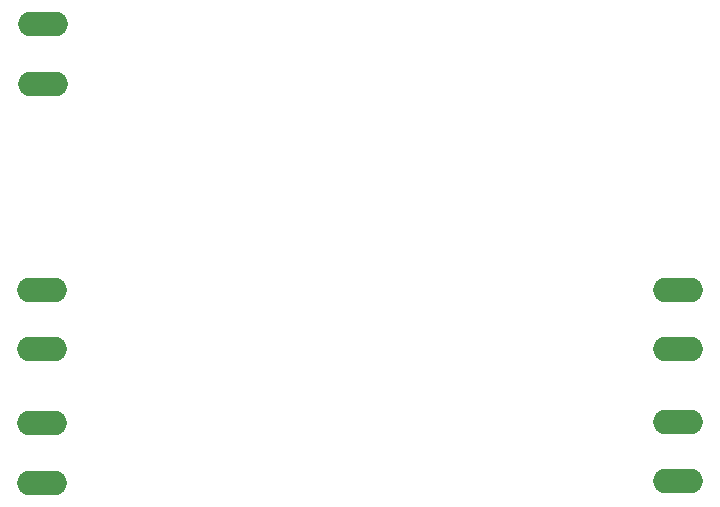
<source format=gbr>
G04 #@! TF.GenerationSoftware,KiCad,Pcbnew,(5.0.1)-3*
G04 #@! TF.CreationDate,2019-03-11T17:07:32+01:00*
G04 #@! TF.ProjectId,Arduino_Uno_R3_From_Scratch,41726475696E6F5F556E6F5F52335F46,rev?*
G04 #@! TF.SameCoordinates,Original*
G04 #@! TF.FileFunction,Paste,Bot*
G04 #@! TF.FilePolarity,Positive*
%FSLAX46Y46*%
G04 Gerber Fmt 4.6, Leading zero omitted, Abs format (unit mm)*
G04 Created by KiCad (PCBNEW (5.0.1)-3) date 11/03/2019 17:07:32*
%MOMM*%
%LPD*%
G01*
G04 APERTURE LIST*
%ADD10O,4.198620X2.098040*%
G04 APERTURE END LIST*
D10*
G04 #@! TO.C,GND*
X79756000Y-96941640D03*
X79756000Y-101940360D03*
G04 #@! TD*
G04 #@! TO.C,MA-1A1*
X79629000Y-119420640D03*
X79629000Y-124419360D03*
G04 #@! TD*
G04 #@! TO.C,MB-1A1*
X79629000Y-135722360D03*
X79629000Y-130723640D03*
G04 #@! TD*
G04 #@! TO.C,MC-1A1*
X133477000Y-135595360D03*
X133477000Y-130596640D03*
G04 #@! TD*
G04 #@! TO.C,MD-1A1*
X133477000Y-119420640D03*
X133477000Y-124419360D03*
G04 #@! TD*
M02*

</source>
